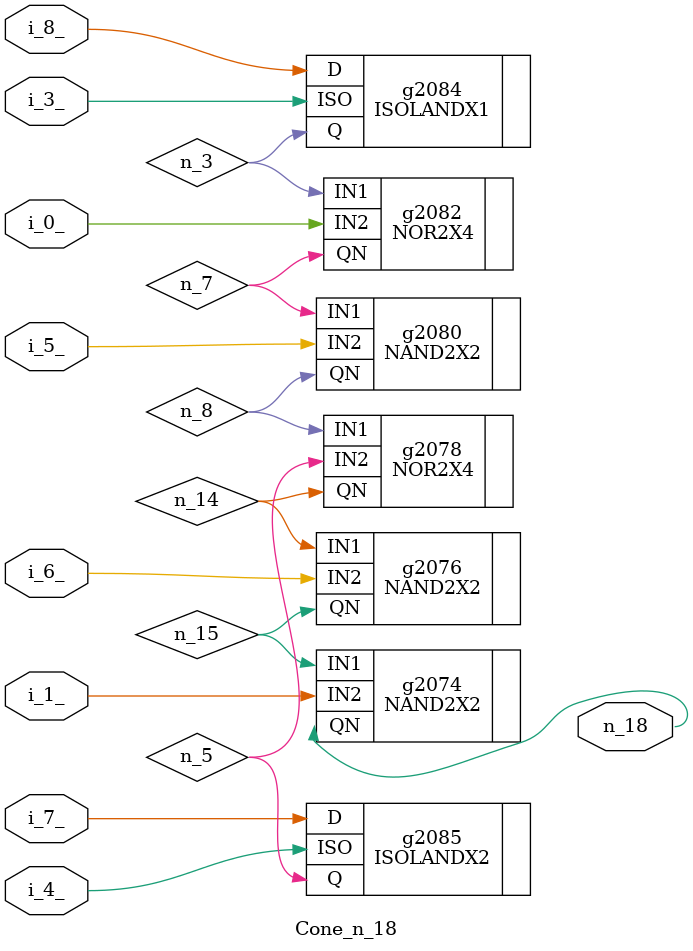
<source format=v>

module Cone_n_18 (n_18, i_3_, i_8_, i_0_, i_5_, i_4_, i_7_, i_6_, i_1_ );
	input i_3_, i_8_, i_0_, i_5_, i_4_, i_7_, i_6_, i_1_;
	output n_18;
	wire n_15, n_14, n_8, n_7, n_3, n_5;
	NAND2X2 g2074(.IN1 (n_15), .IN2 (i_1_), .QN (n_18));	NAND2X2 g2076(.IN1 (n_14), .IN2 (i_6_), .QN (n_15));	NOR2X4 g2078(.IN1 (n_8), .IN2 (n_5), .QN (n_14));	NAND2X2 g2080(.IN1 (n_7), .IN2 (i_5_), .QN (n_8));	NOR2X4 g2082(.IN1 (n_3), .IN2 (i_0_), .QN (n_7));	ISOLANDX1 g2084(.ISO (i_3_), .D (i_8_), .Q (n_3));	ISOLANDX2 g2085(.ISO (i_4_), .D (i_7_), .Q (n_5));
endmodule


</source>
